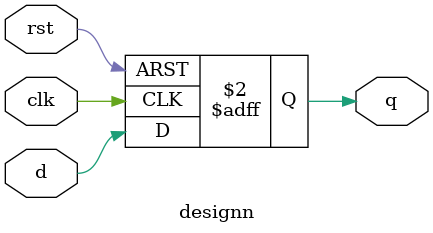
<source format=v>
module designn (
    clk,d,rst,q
);
    input clk,d,rst;
    output reg q;
/*
    in case of asynchronous 
    circuit reset signal will 
    have effect  when there
     is positive triggered in the
      reset signal independent of
      global clock signal.
    */
    always @(posedge clk,posedge rst) begin
        if (rst) 
            q <=1'd0;
        else
            q<=d;
    end
endmodule
</source>
